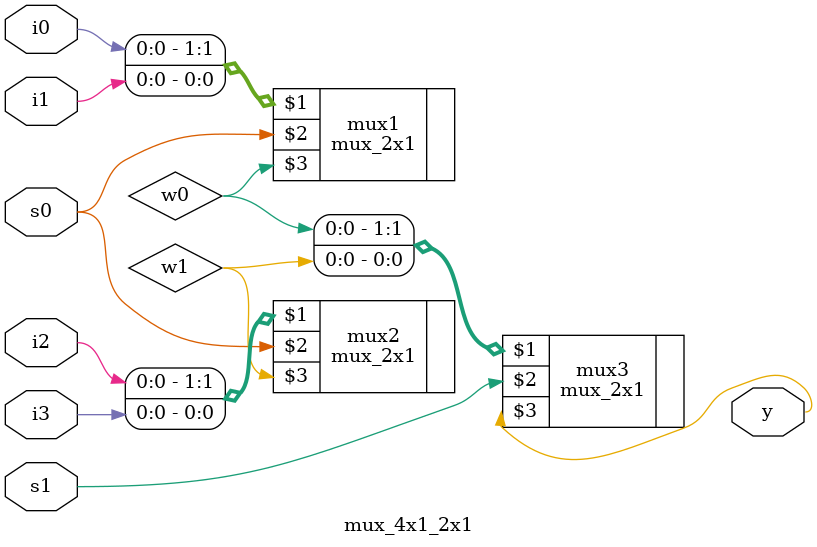
<source format=v>
`timescale 1ns / 1ps


module mux_4x1_2x1(
    input i0,i1,i2,i3,
    input s0,s1,
    output y
    );
    
    wire w0,w1;
    
    mux_2x1 mux1 ({i0,i1},s0,w0);
    mux_2x1 mux2 ({i2,i3},s0,w1);
    mux_2x1 mux3 ({w0,w1},s1,y);
endmodule 


/*module mux_4x1_2x1(
    input i0, i1, i2, i3,  
    input s0, s1,          
    output y               
    );
    
    wire w0, w1;
    
    
    mux_2x1 mux1 (.i({i1, i0}), .sel(s1), .y(w0));  

    mux_2x1 mux2 (.i({i3, i2}), .sel(s1), .y(w1));  
   
    mux_2x1 mux3 (.i({w1, w0}), .sel(s0), .y(y));  
    
endmodule */

</source>
